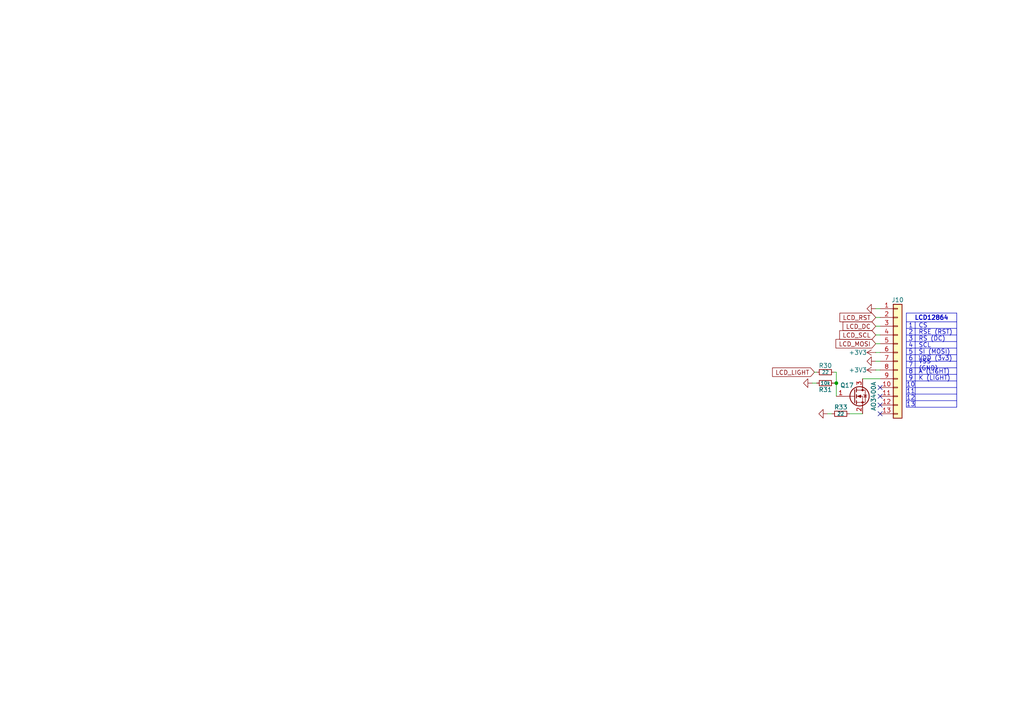
<source format=kicad_sch>
(kicad_sch (version 20250114) (generator "eeschema") (generator_version "9.0")
  (paper "A4")
  (lib_symbols
    (symbol "Connector_Generic:Conn_01x13" (pin_names (offset 1.016) (hide yes))
      (property "Reference" "J" (at 0 17.78 0))
      (property "Value" "Conn_01x13" (at 0 -17.78 0))
      (symbol "Conn_01x13_1_1"
        (rectangle (start -1.27 16.51) (end 1.27 -16.51) (stroke (width 0.254)) (fill (type background)))
        (rectangle (start -1.27 15.367) (end 0 15.113) (stroke (width 0.1524)))
        (rectangle (start -1.27 12.827) (end 0 12.573) (stroke (width 0.1524)))
        (rectangle (start -1.27 10.287) (end 0 10.033) (stroke (width 0.1524)))
        (rectangle (start -1.27 7.747) (end 0 7.493) (stroke (width 0.1524)))
        (rectangle (start -1.27 5.207) (end 0 4.953) (stroke (width 0.1524)))
        (rectangle (start -1.27 2.667) (end 0 2.413) (stroke (width 0.1524)))
        (rectangle (start -1.27 0.127) (end 0 -0.127) (stroke (width 0.1524)))
        (rectangle (start -1.27 -2.413) (end 0 -2.667) (stroke (width 0.1524)))
        (rectangle (start -1.27 -4.953) (end 0 -5.207) (stroke (width 0.1524)))
        (rectangle (start -1.27 -7.493) (end 0 -7.747) (stroke (width 0.1524)))
        (rectangle (start -1.27 -10.033) (end 0 -10.287) (stroke (width 0.1524)))
        (rectangle (start -1.27 -12.573) (end 0 -12.827) (stroke (width 0.1524)))
        (rectangle (start -1.27 -15.113) (end 0 -15.367) (stroke (width 0.1524)))
        (pin passive line (at -5.08 15.24 0) (length 3.81) (name "Pin_1") (number "1"))
        (pin passive line (at -5.08 12.7 0) (length 3.81) (name "Pin_2") (number "2"))
        (pin passive line (at -5.08 10.16 0) (length 3.81) (name "Pin_3") (number "3"))
        (pin passive line (at -5.08 7.62 0) (length 3.81) (name "Pin_4") (number "4"))
        (pin passive line (at -5.08 5.08 0) (length 3.81) (name "Pin_5") (number "5"))
        (pin passive line (at -5.08 2.54 0) (length 3.81) (name "Pin_6") (number "6"))
        (pin passive line (at -5.08 0 0) (length 3.81) (name "Pin_7") (number "7"))
        (pin passive line (at -5.08 -2.54 0) (length 3.81) (name "Pin_8") (number "8"))
        (pin passive line (at -5.08 -5.08 0) (length 3.81) (name "Pin_9") (number "9"))
        (pin passive line (at -5.08 -7.62 0) (length 3.81) (name "Pin_10") (number "10"))
        (pin passive line (at -5.08 -10.16 0) (length 3.81) (name "Pin_11") (number "11"))
        (pin passive line (at -5.08 -12.7 0) (length 3.81) (name "Pin_12") (number "12"))
        (pin passive line (at -5.08 -15.24 0) (length 3.81) (name "Pin_13") (number "13"))
      )
    )
    (symbol "Device:R_Small" (pin_numbers (hide yes)) (pin_names (offset 0.254) (hide yes))
      (property "Reference" "R" (at 0.762 0.508 0))
      (property "Value" "R_Small" (at 0.762 -1.016 0))
      (symbol "R_Small_0_1"
        (rectangle (start -0.762 1.778) (end 0.762 -1.778) (stroke (width 0.2032)))
      )
      (symbol "R_Small_1_1"
        (pin passive line (at 0 2.54 270) (length 0.762) (name "~") (number "1"))
        (pin passive line (at 0 -2.54 90) (length 0.762) (name "~") (number "2"))
      )
    )
    (symbol "Transistor_FET:AO3400A" (pin_names (hide yes))
      (property "Reference" "Q" (at 5.08 1.905 0))
      (property "Value" "AO3400A" (at 5.08 0 0))
      (symbol "AO3400A_0_1"
        (polyline (pts (xy 0.254 1.905) (xy 0.254 -1.905)) (stroke (width 0.254)))
        (polyline (pts (xy 0.254 0) (xy -2.54 0)))
        (polyline (pts (xy 0.762 2.286) (xy 0.762 1.27)) (stroke (width 0.254)))
        (polyline (pts (xy 0.762 0.508) (xy 0.762 -0.508)) (stroke (width 0.254)))
        (polyline (pts (xy 0.762 -1.27) (xy 0.762 -2.286)) (stroke (width 0.254)))
        (polyline (pts (xy 0.762 -1.778) (xy 3.302 -1.778) (xy 3.302 1.778) (xy 0.762 1.778)))
        (polyline (pts (xy 1.016 0) (xy 2.032 0.381) (xy 2.032 -0.381) (xy 1.016 0)) (fill (type outline)))
        (circle (center 1.651 0) (radius 2.794) (stroke (width 0.254)))
        (polyline (pts (xy 2.54 2.54) (xy 2.54 1.778)))
        (circle (center 2.54 1.778) (radius 0.254) (fill (type outline)))
        (circle (center 2.54 -1.778) (radius 0.254) (fill (type outline)))
        (polyline (pts (xy 2.54 -2.54) (xy 2.54 0) (xy 0.762 0)))
        (polyline (pts (xy 2.794 0.508) (xy 2.921 0.381) (xy 3.683 0.381) (xy 3.81 0.254)))
        (polyline (pts (xy 3.302 0.381) (xy 2.921 -0.254) (xy 3.683 -0.254) (xy 3.302 0.381)))
      )
      (symbol "AO3400A_1_1"
        (pin input line (at -5.08 0 0) (length 2.54) (name "G") (number "1"))
        (pin passive line (at 2.54 5.08 270) (length 2.54) (name "D") (number "3"))
        (pin passive line (at 2.54 -5.08 90) (length 2.54) (name "S") (number "2"))
      )
    )
    (symbol "power:+3V3" (power) (pin_numbers (hide yes)) (pin_names (offset 0) (hide yes))
      (property "Value" "+3V3" (at 0 3.556 0))
      (symbol "+3V3_0_1"
        (polyline (pts (xy -0.762 1.27) (xy 0 2.54)))
        (polyline (pts (xy 0 2.54) (xy 0.762 1.27)))
        (polyline (pts (xy 0 0) (xy 0 2.54)))
      )
      (symbol "+3V3_1_1"
        (pin power_in line (at 0 0 90) (length 0) (name "~") (number "1"))
      )
    )
    (symbol "power:GND" (power) (pin_numbers (hide yes)) (pin_names (offset 0) (hide yes))
      (property "Value" "GND" (at 0 -3.81 0))
      (symbol "GND_0_1"
        (polyline (pts (xy 0 0) (xy 0 -1.27) (xy 1.27 -1.27) (xy 0 -2.54) (xy -1.27 -1.27) (xy 0 -1.27)))
      )
      (symbol "GND_1_1"
        (pin power_in line (at 0 0 270) (length 0) (name "~") (number "1"))
      )
    )
  )
  (junction (at 242.57 111.125))
  (no_connect (at 255.27 112.395))
  (no_connect (at 255.27 117.475))
  (no_connect (at 255.27 114.935))
  (no_connect (at 255.27 120.015))
  (wire (pts (xy 254 97.155) (xy 255.27 97.155)))
  (wire (pts (xy 250.19 109.855) (xy 255.27 109.855)))
  (wire (pts (xy 246.38 120.015) (xy 250.19 120.015)))
  (wire (pts (xy 240.03 120.015) (xy 241.3 120.015)))
  (wire (pts (xy 241.935 111.125) (xy 242.57 111.125)))
  (wire (pts (xy 235.585 111.125) (xy 236.855 111.125)))
  (wire (pts (xy 254 89.535) (xy 255.27 89.535)))
  (wire (pts (xy 254 102.235) (xy 255.27 102.235)))
  (wire (pts (xy 254 92.075) (xy 255.27 92.075)))
  (wire (pts (xy 242.57 107.95) (xy 241.935 107.95)))
  (wire (pts (xy 254 104.775) (xy 255.27 104.775)))
  (wire (pts (xy 236.22 107.95) (xy 236.855 107.95)))
  (wire (pts (xy 242.57 114.935) (xy 242.57 111.125)))
  (wire (pts (xy 254 99.695) (xy 255.27 99.695)))
  (wire (pts (xy 254 94.615) (xy 255.27 94.615)))
  (wire (pts (xy 242.57 111.125) (xy 242.57 107.95)))
  (wire (pts (xy 254 107.315) (xy 255.27 107.315)))
  (table (column_count 2) (border (external yes) (header yes)) (separators (rows yes) (cols yes)) (column_widths 2.54 12.065) (row_heights 2.54 1.905 1.905 1.905 1.905 1.905 1.905 1.905 1.905 1.905 1.905 1.905 1.905 1.905) (cells (table_cell "LCD12864" (at 262.89 90.805 0) (size 14.605 2.54) (margins 0.9525 0.9525 0.9525 0.9525) (span 2 1)) (table_cell "rgb(240, 240, 240)" (at 265.43 90.805 0) (size 12.065 2.54) (margins 0.9525 0.9525 0.9525 0.9525) (span 0 0)) (table_cell "1" (at 262.89 93.345 0) (size 2.54 1.905) (margins 0.9525 0.5 0.9525 0.5) (span 1 1)) (table_cell "CS" (at 265.43 93.345 0) (size 12.065 1.905) (margins 0.9525 0.5 0.9525 0.5) (span 1 1)) (table_cell "2" (at 262.89 95.25 0) (size 2.54 1.905) (margins 0.9525 0.9525 0.9525 0.9525) (span 1 1)) (table_cell "RSE (RST)" (at 265.43 95.25 0) (size 12.065 1.905) (margins 0.9525 0.9525 0.9525 0.9525) (span 1 1)) (table_cell "3" (at 262.89 97.155 0) (size 2.54 1.905) (margins 0.9525 0.9525 0.9525 0.9525) (span 1 1)) (table_cell "RS (DC)" (at 265.43 97.155 0) (size 12.065 1.905) (margins 0.9525 0.9525 0.9525 0.9525) (span 1 1)) (table_cell "4" (at 262.89 99.06 0) (size 2.54 1.905) (margins 0.9525 0.9525 0.9525 0.9525) (span 1 1)) (table_cell "SCL" (at 265.43 99.06 0) (size 12.065 1.905) (margins 0.9525 0.9525 0.9525 0.9525) (span 1 1)) (table_cell "5" (at 262.89 100.965 0) (size 2.54 1.905) (margins 0.9525 0.9525 0.9525 0.9525) (span 1 1)) (table_cell "SI (MOSI)" (at 265.43 100.965 0) (size 12.065 1.905) (margins 0.9525 0.9525 0.9525 0.9525) (span 1 1)) (table_cell "6" (at 262.89 102.87 0) (size 2.54 1.905) (margins 0.9525 0.9525 0.9525 0.9525) (span 1 1)) (table_cell "VDD (3v3)" (at 265.43 102.87 0) (size 12.065 1.905) (margins 0.9525 0.9525 0.9525 0.9525) (span 1 1)) (table_cell "7" (at 262.89 104.775 0) (size 2.54 1.905) (margins 0.9525 0.9525 0.9525 0.9525) (span 1 1)) (table_cell "VSS (GND)" (at 265.43 104.775 0) (size 12.065 1.905) (margins 0.9525 0.9525 0.9525 0.9525) (span 1 1)) (table_cell "8" (at 262.89 106.68 0) (size 2.54 1.905) (margins 0.9525 0.9525 0.9525 0.9525) (span 1 1)) (table_cell "A (LIGHT)" (at 265.43 106.68 0) (size 12.065 1.905) (margins 0.9525 0.9525 0.9525 0.9525) (span 1 1)) (table_cell "9" (at 262.89 108.585 0) (size 2.54 1.905) (margins 0.9525 0.9525 0.9525 0.9525) (span 1 1)) (table_cell "K (LIGHT)" (at 265.43 108.585 0) (size 12.065 1.905) (margins 0.9525 0.9525 0.9525 0.9525) (span 1 1)) (table_cell "10" (at 262.89 110.49 0) (size 2.54 1.905) (margins 0.9525 0.9525 0.9525 0.9525) (span 1 1)) (table_cell "" (at 265.43 110.49 0) (size 12.065 1.905) (margins 0.9525 0.9525 0.9525 0.9525) (span 1 1)) (table_cell "11" (at 262.89 112.395 0) (size 2.54 1.905) (margins 0.9525 0.9525 0.9525 0.9525) (span 1 1)) (table_cell "" (at 265.43 112.395 0) (size 12.065 1.905) (margins 0.9525 0.9525 0.9525 0.9525) (span 1 1)) (table_cell "12" (at 262.89 114.3 0) (size 2.54 1.905) (margins 0.9525 0.9525 0.9525 0.9525) (span 1 1)) (table_cell "" (at 265.43 114.3 0) (size 12.065 1.905) (margins 0.9525 0.9525 0.9525 0.9525) (span 1 1)) (table_cell "13" (at 262.89 116.205 0) (size 2.54 1.905) (margins 0.9525 0.9525 0.9525 0.9525) (span 1 1)) (table_cell "" (at 265.43 116.205 0) (size 12.065 1.905) (margins 0.9525 0.9525 0.9525 0.9525) (span 1 1))))
  (global_label "LCD_RST" (shape input) (at 254 92.075 180) (property "Intersheetrefs" "${INTERSHEET_REFS}" (effects (hide yes))))
  (global_label "LCD_SCL" (shape input) (at 254 97.155 180) (property "Intersheetrefs" "${INTERSHEET_REFS}" (effects (hide yes))))
  (global_label "LCD_MOSI" (shape input) (at 254 99.695 180) (property "Intersheetrefs" "${INTERSHEET_REFS}" (effects (hide yes))))
  (global_label "LCD_DC" (shape input) (at 254 94.615 180) (property "Intersheetrefs" "${INTERSHEET_REFS}" (effects (hide yes))))
  (global_label "LCD_LIGHT" (shape input) (at 236.22 107.95 180) (property "Intersheetrefs" "${INTERSHEET_REFS}" (effects (hide yes))))
  (symbol (lib_id "Device:R_Small") (at 243.84 120.015 270) (unit 1)
    (property "Reference" "R33" (at 241.935 118.11 90) (effects (justify left)))
    (property "Value" "22" (at 243.84 120.015 90) (effects (font (size 1 1))))
    (property "Footprint" "Resistor_SMD:R_0805_2012Metric" (effects (hide yes)))
    (property "Link" "https://www.chipdip.ru/product/0.125w-0805-22-om-1" (effects (hide yes)))
  )
  (symbol (lib_id "power:+3V3") (at 254 102.235 90) (unit 1)
    (property "Reference" "#PWR0114" (effects (hide yes)))
    (property "Value" "+3V3" (at 251.46 102.235 90) (effects (justify left)))
  )
  (symbol (lib_id "Device:R_Small") (at 239.395 111.125 270) (unit 1)
    (property "Reference" "R31" (at 239.395 113.03 90))
    (property "Value" "10k" (at 239.395 111.125 90) (effects (font (size 1 1))))
    (property "Footprint" "Resistor_SMD:R_0805_2012Metric" (effects (hide yes)))
    (property "Link" "https://www.chipdip.ru/product/0.125w-0805-10-kom-1" (effects (hide yes)))
  )
  (symbol (lib_id "power:GND") (at 240.03 120.015 270) (unit 1)
    (property "Reference" "#PWR027" (effects (hide yes)))
    (property "Value" "GND" (effects (hide yes)))
    (property "Description" "Power symbol creates a global label with name \"GND\" , ground" (effects (hide yes)))
  )
  (symbol (lib_id "power:GND") (at 254 104.775 270) (unit 1)
    (property "Reference" "#PWR028" (effects (hide yes)))
    (property "Value" "GND" (effects (hide yes)))
    (property "Description" "Power symbol creates a global label with name \"GND\" , ground" (effects (hide yes)))
  )
  (symbol (lib_id "Device:R_Small") (at 239.395 107.95 90) (unit 1)
    (property "Reference" "R30" (at 239.395 106.045 90))
    (property "Value" "22" (at 239.395 107.95 90) (effects (font (size 1 1))))
    (property "Footprint" "Resistor_SMD:R_0805_2012Metric" (effects (hide yes)))
    (property "Link" "https://www.chipdip.ru/product/0.125w-0805-22-om-1" (effects (hide yes)))
  )
  (symbol (lib_id "Transistor_FET:AO3400A") (at 247.65 114.935 0) (unit 1)
    (property "Reference" "Q17" (at 247.65 111.76 0) (effects (justify right)))
    (property "Value" "AO3400A" (at 253.365 114.935 90))
    (property "Footprint" "Package_TO_SOT_SMD:SOT-23" (effects (hide yes)))
    (property "Datasheet" "http://www.aosmd.com/pdfs/datasheet/AO3400A.pdf" (effects (hide yes)))
    (property "Link" "https://www.chipdip.ru/product/ao3400a" (effects (hide yes)))
  )
  (symbol (lib_id "Connector_Generic:Conn_01x13") (at 260.35 104.775 0) (unit 1)
    (property "Reference" "J10" (at 260.35 86.995 0))
    (property "Value" "GMG12864-06D" (effects (hide yes)))
    (property "Footprint" "Ecohim:GMG12864-06D" (effects (hide yes)))
    (property "Link" "https://aliexpress.ru/item/1005001621784395.html" (effects (hide yes)))
  )
  (symbol (lib_id "power:GND") (at 235.585 111.125 270) (unit 1)
    (property "Reference" "#PWR026" (effects (hide yes)))
    (property "Value" "GND" (effects (hide yes)))
    (property "Description" "Power symbol creates a global label with name \"GND\" , ground" (effects (hide yes)))
  )
  (symbol (lib_id "power:+3V3") (at 254 107.315 90) (unit 1)
    (property "Reference" "#PWR0116" (effects (hide yes)))
    (property "Value" "+3V3" (at 251.46 107.315 90) (effects (justify left)))
  )
  (symbol (lib_id "power:GND") (at 254 89.535 270) (unit 1)
    (property "Reference" "#PWR029" (effects (hide yes)))
    (property "Value" "GND" (effects (hide yes)))
    (property "Description" "Power symbol creates a global label with name \"GND\" , ground" (effects (hide yes)))
  )
)
</source>
